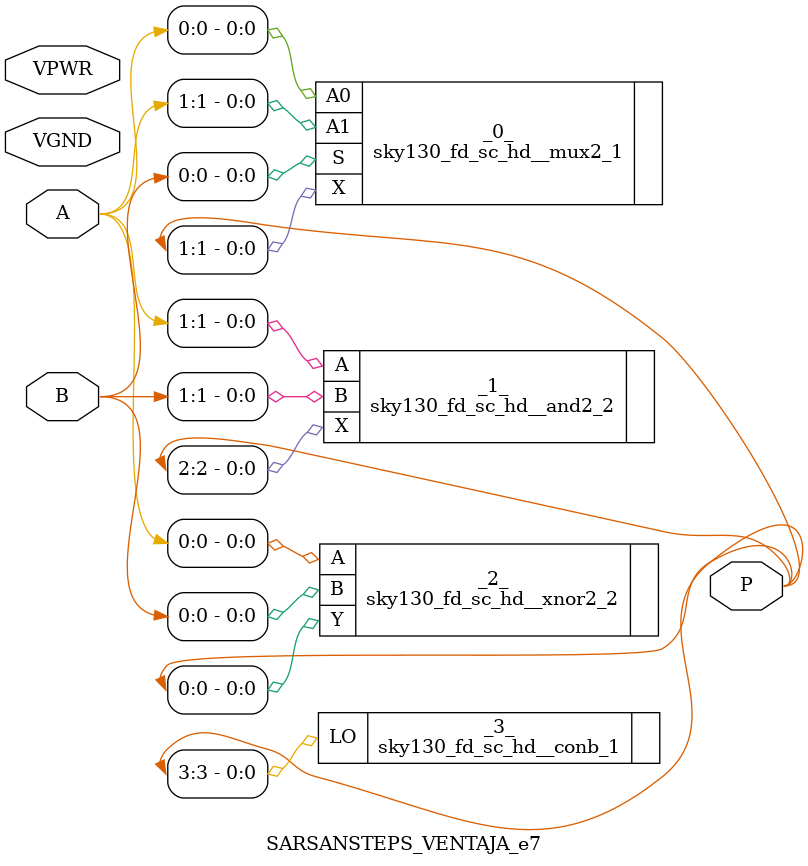
<source format=v>
module SARSANSTEPS_VENTAJA_e7 (A,
    B,
    P,
    VPWR,
    VGND);
 input [1:0] A;
 input [1:0] B;
 output [3:0] P;
 inout VPWR;
 inout VGND;


 sky130_fd_sc_hd__mux2_1 _0_ (.A0(A[0]),
    .A1(A[1]),
    .S(B[0]),
    .X(P[1]));
 sky130_fd_sc_hd__and2_2 _1_ (.A(A[1]),
    .B(B[1]),
    .X(P[2]));
 sky130_fd_sc_hd__xnor2_2 _2_ (.A(A[0]),
    .B(B[0]),
    .Y(P[0]));
 sky130_fd_sc_hd__conb_1 _3_ (.LO(P[3]));
 sky130_fd_sc_hd__decap_3 PHY_EDGE_ROW_0_Right_0 ();
 sky130_fd_sc_hd__decap_3 PHY_EDGE_ROW_1_Right_1 ();
 sky130_fd_sc_hd__decap_3 PHY_EDGE_ROW_2_Right_2 ();
 sky130_fd_sc_hd__decap_3 PHY_EDGE_ROW_3_Right_3 ();
 sky130_fd_sc_hd__decap_3 PHY_EDGE_ROW_4_Right_4 ();
 sky130_fd_sc_hd__decap_3 PHY_EDGE_ROW_5_Right_5 ();
 sky130_fd_sc_hd__decap_3 PHY_EDGE_ROW_6_Right_6 ();
 sky130_fd_sc_hd__decap_3 PHY_EDGE_ROW_7_Right_7 ();
 sky130_fd_sc_hd__decap_3 PHY_EDGE_ROW_8_Right_8 ();
 sky130_fd_sc_hd__decap_3 PHY_EDGE_ROW_9_Right_9 ();
 sky130_fd_sc_hd__decap_3 PHY_EDGE_ROW_0_Left_10 ();
 sky130_fd_sc_hd__decap_3 PHY_EDGE_ROW_1_Left_11 ();
 sky130_fd_sc_hd__decap_3 PHY_EDGE_ROW_2_Left_12 ();
 sky130_fd_sc_hd__decap_3 PHY_EDGE_ROW_3_Left_13 ();
 sky130_fd_sc_hd__decap_3 PHY_EDGE_ROW_4_Left_14 ();
 sky130_fd_sc_hd__decap_3 PHY_EDGE_ROW_5_Left_15 ();
 sky130_fd_sc_hd__decap_3 PHY_EDGE_ROW_6_Left_16 ();
 sky130_fd_sc_hd__decap_3 PHY_EDGE_ROW_7_Left_17 ();
 sky130_fd_sc_hd__decap_3 PHY_EDGE_ROW_8_Left_18 ();
 sky130_fd_sc_hd__decap_3 PHY_EDGE_ROW_9_Left_19 ();
 sky130_fd_sc_hd__tapvpwrvgnd_1 TAP_TAPCELL_ROW_0_20 ();
 sky130_fd_sc_hd__tapvpwrvgnd_1 TAP_TAPCELL_ROW_0_21 ();
 sky130_fd_sc_hd__tapvpwrvgnd_1 TAP_TAPCELL_ROW_1_22 ();
 sky130_fd_sc_hd__tapvpwrvgnd_1 TAP_TAPCELL_ROW_2_23 ();
 sky130_fd_sc_hd__tapvpwrvgnd_1 TAP_TAPCELL_ROW_3_24 ();
 sky130_fd_sc_hd__tapvpwrvgnd_1 TAP_TAPCELL_ROW_4_25 ();
 sky130_fd_sc_hd__tapvpwrvgnd_1 TAP_TAPCELL_ROW_5_26 ();
 sky130_fd_sc_hd__tapvpwrvgnd_1 TAP_TAPCELL_ROW_6_27 ();
 sky130_fd_sc_hd__tapvpwrvgnd_1 TAP_TAPCELL_ROW_7_28 ();
 sky130_fd_sc_hd__tapvpwrvgnd_1 TAP_TAPCELL_ROW_8_29 ();
 sky130_fd_sc_hd__tapvpwrvgnd_1 TAP_TAPCELL_ROW_9_30 ();
 sky130_fd_sc_hd__tapvpwrvgnd_1 TAP_TAPCELL_ROW_9_31 ();
endmodule

</source>
